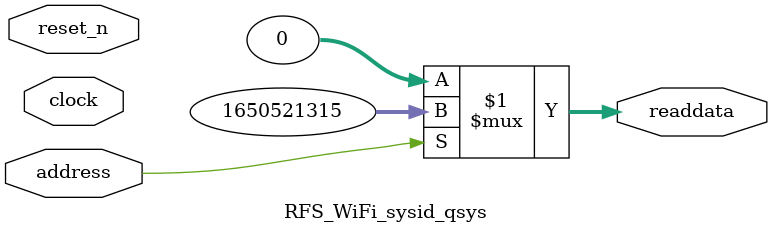
<source format=v>



// synthesis translate_off
`timescale 1ns / 1ps
// synthesis translate_on

// turn off superfluous verilog processor warnings 
// altera message_level Level1 
// altera message_off 10034 10035 10036 10037 10230 10240 10030 

module RFS_WiFi_sysid_qsys (
               // inputs:
                address,
                clock,
                reset_n,

               // outputs:
                readdata
             )
;

  output  [ 31: 0] readdata;
  input            address;
  input            clock;
  input            reset_n;

  wire    [ 31: 0] readdata;
  //control_slave, which is an e_avalon_slave
  assign readdata = address ? 1650521315 : 0;

endmodule



</source>
